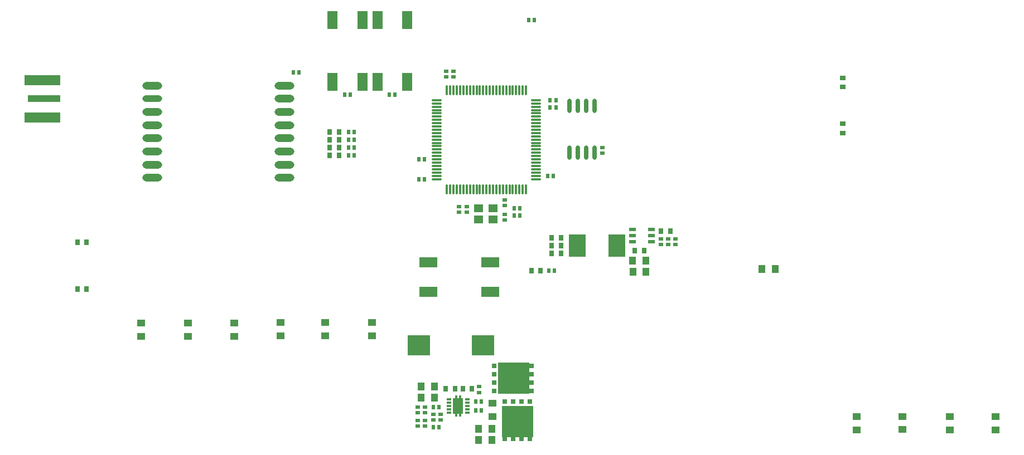
<source format=gtp>
G04*
G04 #@! TF.GenerationSoftware,Altium Limited,Altium Designer,20.0.2 (26)*
G04*
G04 Layer_Color=8421504*
%FSLAX25Y25*%
%MOIN*%
G70*
G01*
G75*
%ADD18R,0.02362X0.02559*%
%ADD19R,0.04724X0.04488*%
%ADD20R,0.02559X0.02362*%
%ADD21R,0.04488X0.04724*%
%ADD22R,0.03150X0.03543*%
%ADD23R,0.19685X0.03937*%
%ADD24R,0.21654X0.05906*%
%ADD25R,0.13480X0.12284*%
%ADD26R,0.09843X0.13780*%
%ADD27O,0.11811X0.04724*%
%ADD28O,0.11811X0.03937*%
%ADD29R,0.18900X0.18500*%
%ADD30R,0.02950X0.03937*%
%ADD31R,0.02756X0.02953*%
%ADD32R,0.18500X0.18900*%
%ADD33R,0.03937X0.02950*%
%ADD34R,0.02953X0.02756*%
%ADD35R,0.11024X0.05906*%
%ADD36O,0.06299X0.01181*%
%ADD37O,0.01181X0.06299*%
%ADD38R,0.03150X0.01181*%
%ADD39R,0.05984X0.09449*%
%ADD40R,0.01181X0.03150*%
%ADD41O,0.02398X0.08679*%
%ADD42R,0.03937X0.02165*%
%ADD43R,0.05512X0.04724*%
%ADD44R,0.05906X0.11024*%
%ADD45R,0.03543X0.03150*%
D18*
X352854Y235827D02*
D03*
X349508D02*
D03*
X240453Y432677D02*
D03*
X243799D02*
D03*
X318996Y368898D02*
D03*
X315650D02*
D03*
X393996Y416141D02*
D03*
X397342D02*
D03*
X375787Y347244D02*
D03*
X372441D02*
D03*
X392421Y370866D02*
D03*
X395767D02*
D03*
X384351Y464174D02*
D03*
X381004D02*
D03*
X393996Y411811D02*
D03*
X397342D02*
D03*
X324311Y232283D02*
D03*
X327657D02*
D03*
X375787Y351575D02*
D03*
X372441D02*
D03*
X352854Y230315D02*
D03*
X349508D02*
D03*
X324311Y220472D02*
D03*
X327657D02*
D03*
X318996Y380709D02*
D03*
X315650D02*
D03*
X396555Y314174D02*
D03*
X393209D02*
D03*
X276870Y383071D02*
D03*
X273524D02*
D03*
X276870Y387796D02*
D03*
X273524D02*
D03*
X276870Y392520D02*
D03*
X273524D02*
D03*
X276870Y397244D02*
D03*
X273524D02*
D03*
X301280Y419292D02*
D03*
X297933D02*
D03*
X271161Y419291D02*
D03*
X274508D02*
D03*
D19*
X577165Y218898D02*
D03*
Y226772D02*
D03*
X604331Y219029D02*
D03*
Y226903D02*
D03*
X632677Y218766D02*
D03*
Y226640D02*
D03*
X660236Y218898D02*
D03*
Y226772D02*
D03*
X149606Y282677D02*
D03*
Y274803D02*
D03*
X177362Y282677D02*
D03*
Y274803D02*
D03*
X205118Y282677D02*
D03*
Y274803D02*
D03*
X232677Y283071D02*
D03*
Y275197D02*
D03*
X259646Y283071D02*
D03*
Y275197D02*
D03*
X287402Y283071D02*
D03*
Y275197D02*
D03*
X359449Y226772D02*
D03*
Y234646D02*
D03*
D20*
X331890Y430216D02*
D03*
Y433563D02*
D03*
X339370Y352461D02*
D03*
Y349114D02*
D03*
X366929Y353051D02*
D03*
Y356398D02*
D03*
X336221Y430216D02*
D03*
Y433563D02*
D03*
X319292Y221161D02*
D03*
Y224508D02*
D03*
X366929Y344390D02*
D03*
Y347736D02*
D03*
X344095Y349114D02*
D03*
Y352461D02*
D03*
X324016Y224705D02*
D03*
Y228051D02*
D03*
X328347Y224705D02*
D03*
Y228051D02*
D03*
X425197Y387894D02*
D03*
Y384547D02*
D03*
X468898Y329823D02*
D03*
Y333169D02*
D03*
X319291Y232382D02*
D03*
Y229036D02*
D03*
X314960Y232382D02*
D03*
Y229036D02*
D03*
X314961Y221161D02*
D03*
Y224508D02*
D03*
X351575Y241240D02*
D03*
Y244586D02*
D03*
X464567Y329823D02*
D03*
Y333169D02*
D03*
X460236Y333170D02*
D03*
Y329823D02*
D03*
D21*
X351181Y212598D02*
D03*
X359055D02*
D03*
X351165Y219547D02*
D03*
X359039D02*
D03*
X520472Y314961D02*
D03*
X528346D02*
D03*
X316854Y244685D02*
D03*
X324728D02*
D03*
X316929Y238189D02*
D03*
X324803D02*
D03*
X451295Y313441D02*
D03*
X443421D02*
D03*
X451181Y320079D02*
D03*
X443307D02*
D03*
D22*
X337008Y243307D02*
D03*
X331496D02*
D03*
X347244D02*
D03*
X341732D02*
D03*
X465748Y337795D02*
D03*
X460236D02*
D03*
X444488Y325984D02*
D03*
X450000D02*
D03*
X394882Y333858D02*
D03*
X400394D02*
D03*
X394882Y329134D02*
D03*
X400394D02*
D03*
X394882Y324410D02*
D03*
X400394D02*
D03*
X388189Y314173D02*
D03*
X382677D02*
D03*
X267717Y383071D02*
D03*
X262205D02*
D03*
X267717Y387795D02*
D03*
X262205D02*
D03*
X267717Y392520D02*
D03*
X262205D02*
D03*
X267717Y397244D02*
D03*
X262205D02*
D03*
X111417Y331102D02*
D03*
X116929D02*
D03*
X111417Y303150D02*
D03*
X116929D02*
D03*
D23*
X91549Y416929D02*
D03*
D24*
X90565Y405905D02*
D03*
Y427953D02*
D03*
D25*
X315441Y269291D02*
D03*
X353850D02*
D03*
D26*
X433858Y329134D02*
D03*
X410236D02*
D03*
D27*
X156299Y401181D02*
D03*
Y409055D02*
D03*
Y424803D02*
D03*
Y393307D02*
D03*
Y385433D02*
D03*
Y377559D02*
D03*
Y369685D02*
D03*
X235039D02*
D03*
Y377559D02*
D03*
Y385433D02*
D03*
Y393307D02*
D03*
Y424803D02*
D03*
Y416929D02*
D03*
Y409055D02*
D03*
Y401181D02*
D03*
D28*
X156299Y416929D02*
D03*
D29*
X374410Y223854D02*
D03*
D30*
X381909Y213957D02*
D03*
X376909D02*
D03*
X371909D02*
D03*
X366910D02*
D03*
D31*
Y235649D02*
D03*
X371909D02*
D03*
X376909D02*
D03*
X381909D02*
D03*
D32*
X372209Y249606D02*
D03*
D33*
X382106Y257106D02*
D03*
Y252106D02*
D03*
Y247106D02*
D03*
Y242106D02*
D03*
D34*
X360414D02*
D03*
Y247106D02*
D03*
Y252106D02*
D03*
Y257106D02*
D03*
D35*
X358268Y301378D02*
D03*
X321260D02*
D03*
X358268Y319094D02*
D03*
X321260D02*
D03*
D36*
X326182Y368898D02*
D03*
Y370866D02*
D03*
Y372835D02*
D03*
Y374803D02*
D03*
Y376772D02*
D03*
Y378740D02*
D03*
Y380709D02*
D03*
Y382677D02*
D03*
Y384646D02*
D03*
Y386614D02*
D03*
Y388583D02*
D03*
Y390552D02*
D03*
Y392520D02*
D03*
Y394489D02*
D03*
Y396457D02*
D03*
Y398426D02*
D03*
Y400394D02*
D03*
Y402363D02*
D03*
Y404331D02*
D03*
Y406300D02*
D03*
Y408268D02*
D03*
Y410237D02*
D03*
Y412205D02*
D03*
Y414174D02*
D03*
Y416142D02*
D03*
X385630D02*
D03*
Y414174D02*
D03*
Y412205D02*
D03*
Y410237D02*
D03*
Y408268D02*
D03*
Y406300D02*
D03*
Y404331D02*
D03*
Y402363D02*
D03*
Y400394D02*
D03*
Y398426D02*
D03*
Y396457D02*
D03*
Y394489D02*
D03*
Y392520D02*
D03*
Y390552D02*
D03*
Y388583D02*
D03*
Y386614D02*
D03*
Y384646D02*
D03*
Y382677D02*
D03*
Y380709D02*
D03*
Y378740D02*
D03*
Y376772D02*
D03*
Y374803D02*
D03*
Y372835D02*
D03*
Y370866D02*
D03*
Y368898D02*
D03*
D37*
X332283Y422244D02*
D03*
X334251D02*
D03*
X336221D02*
D03*
X338189D02*
D03*
X340158D02*
D03*
X342126D02*
D03*
X344094D02*
D03*
X346062D02*
D03*
X348031D02*
D03*
X349999D02*
D03*
X351969D02*
D03*
X353938D02*
D03*
X355906D02*
D03*
X357874D02*
D03*
X359842D02*
D03*
X361811D02*
D03*
X363779D02*
D03*
X365749D02*
D03*
X367717D02*
D03*
X369686D02*
D03*
X371654D02*
D03*
X373622D02*
D03*
X375590D02*
D03*
X377559D02*
D03*
X379527D02*
D03*
Y362796D02*
D03*
X377559D02*
D03*
X375590D02*
D03*
X373622D02*
D03*
X371654D02*
D03*
X369686D02*
D03*
X367717D02*
D03*
X365749D02*
D03*
X363779D02*
D03*
X361811D02*
D03*
X359842D02*
D03*
X357874D02*
D03*
X355906D02*
D03*
X353938D02*
D03*
X351969D02*
D03*
X349999D02*
D03*
X348031D02*
D03*
X346062D02*
D03*
X344094D02*
D03*
X342126D02*
D03*
X340158D02*
D03*
X338189D02*
D03*
X336221D02*
D03*
X334251D02*
D03*
X332283D02*
D03*
D38*
X333470Y236993D02*
D03*
Y235024D02*
D03*
Y233056D02*
D03*
Y231087D02*
D03*
Y229119D02*
D03*
X344482Y229150D02*
D03*
Y231119D02*
D03*
Y233087D02*
D03*
Y237024D02*
D03*
Y235056D02*
D03*
D39*
X338976Y233071D02*
D03*
D40*
X340158Y238189D02*
D03*
X337795D02*
D03*
X340158Y227953D02*
D03*
X337795D02*
D03*
D41*
X420492Y412765D02*
D03*
X415492D02*
D03*
X410492D02*
D03*
X405492D02*
D03*
X420492Y384873D02*
D03*
X415492D02*
D03*
X410492D02*
D03*
X405492D02*
D03*
D42*
X454331Y331299D02*
D03*
Y335039D02*
D03*
Y338779D02*
D03*
X443307D02*
D03*
Y335039D02*
D03*
Y331299D02*
D03*
D43*
X359842Y351378D02*
D03*
X351181D02*
D03*
Y344685D02*
D03*
X359842D02*
D03*
D44*
X281693Y464173D02*
D03*
Y427165D02*
D03*
X263976Y464173D02*
D03*
Y427165D02*
D03*
X308465Y464173D02*
D03*
Y427165D02*
D03*
X290748Y464173D02*
D03*
Y427165D02*
D03*
D45*
X568898Y429528D02*
D03*
Y424016D02*
D03*
Y401968D02*
D03*
Y396457D02*
D03*
M02*

</source>
